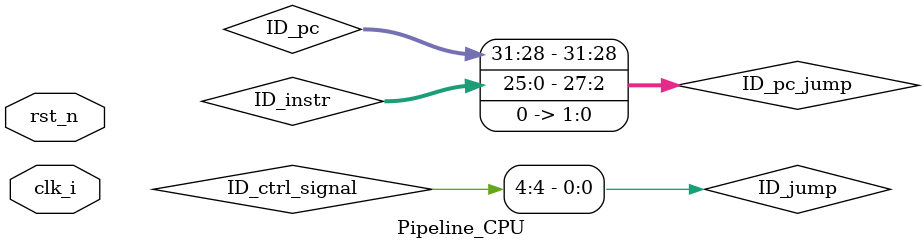
<source format=v>
`define pc_add 32'h00000004
module Pipeline_CPU( clk_i, rst_n );

//I/O port
input         clk_i;
input         rst_n;

//Internal Signles
wire [32-1:0] pc_i;
wire [32-1:0] pc_4;
wire [32-1:0] pc_o;
wire [1:0] fwrd_select_1;
wire [1:0] fwrd_select_2;
wire [32-1:0] Alusrc1;
wire [32-1:0] Alusrc2;
wire pcWrite;
wire ID2EX_write;
wire IF2ID_write;
wire IF2ID_flush;
wire EX2MEM_write;
/*
wire [32-1:0] pc_branch;

wire [32-1:0] pc_buf;
wire [32-1:0] pc_j;
wire [32-1:0] pc_i2;
*/
wire [32-1:0] instr;
wire [3:0] ALU_operation;
wire [31:0] dataAlu;
/*
wire [4:0] addrWriteReg;

wire [32-1:0] RSdata;
wire [32-1:0] RTdata;

wire RegWrite;
wire [2:0] ALUOp;
wire ALUSrc;
wire RegDst;
wire MemToReg;
wire Branch;
wire BranchType;
wire MemWrite;
wire MemRead;
wire jump;


wire [1:0] FURslt;

wire [31:0] dataSE;

wire [31:0] dataZF;



wire [31:0] retAlu;
wire zero;
wire overflow;

wire [31:0] retShift;
wire leftRight;

wire [31:0] Mux3to1_o;
wire [31:0] dataMemory_o;
wire [31:0] retWriteReg;

wire  PCsrc;
wire branch_o;

wire [32-1:0] pcJr;
wire pcJrSrc;
*/
////pipeline signal
wire [32-1:0] ID_instr;
wire [32-1:0] ID_pc;
wire [32-1:0] ID_pc_jump;
wire [11:0] ID_ctrl_signal;
wire [32-1:0] ID_RSdata;
wire [32-1:0] ID_RTdata;
wire [32-1:0] ID_dataSE;
wire [3-1:0] ID_ALUOp;

wire [32-1:0] EX_instr;
wire [32-1:0] EX_pc;
wire [32-1:0] EX_pc_jump;
wire [11:0] EX_ctrl_signal;
wire [32-1:0] EX_RSdata;
wire [32-1:0] EX_RTdata;
wire [32-1:0] EX_dataSE;
wire [4:0] EX_Rsaddr;
wire [4:0] EX_Rtaddr;
wire [4:0] EX_Rdaddr;
wire [32-1:0] EX_retAlu;
wire EX_zero;
wire [32-1:0] EX_pc_branch;
wire [4:0] EX_WriReg;

wire [6:0] MEM_ctrl_signal;
wire [32-1:0] MEM_pc_branch;
wire [32-1:0] MEM_pc_jump;
wire [32-1:0] MEM_pc;
wire MEM_zero;
wire [32-1:0] MEM_retAlu;
wire [32-1:0] MEM_Wridata;
wire [32-1:0] MEM_Readdata;
wire [4:0] MEM_WriReg;
wire MEM_PCsrc;

wire [1:0] WB_ctrl_signal;
wire [32-1:0] WB_Readdata;
wire [32-1:0] WB_retAlu;
wire [32-1:0] WB_Writedata;
wire [4:0] WB_WriReg;

//modules
//////
//////IF stage
//////
Program_Counter PC(
        .clk_i(clk_i),      
	    .rst_n(rst_n),  
		.pcWrite(pcWrite),
	    .pc_in_i(pc_i) ,   
	    .pc_out_o(pc_o) 
	    );
	
Adder Adder1(
        .src1_i(pc_o),     
	    .src2_i(`pc_add),
	    .sum_o(pc_4)    
	    );
	
Instr_Memory IM(
        .pc_addr_i(pc_o),  
	    .instr_o(instr)    
	    );
	
Mux2to1 #(.size(32)) branch2PC(
        .data0_i(pc_4),
        .data1_i(MEM_pc),
        .select_i(MEM_PCsrc),
        .data_o(pc_i)
        );	
		
IFID IF2ID( 
		.clk_i(clk_i), 
		.instr_i(instr), 
		.IF2ID_write(IF2ID_write),
		.IF2ID_flush(IF2ID_flush),
		.pc_i(pc_i), 
		.instr_o(ID_instr),
		.pc_o(ID_pc)	
		);
//////
//////ID stage
//////
Reg_File RF( 
	.clk_i(clk_i), 
	.rst_n(rst_n), 
	.RSaddr_i(ID_instr[25:21]), 
	.RTaddr_i(ID_instr[20:16]), 
	.Wrtaddr_i(WB_WriReg), 
	.Wrtdata_i(WB_Writedata), 
	.RegWrite_i(WB_ctrl_signal[1]), 
	.RSdata_o(ID_RSdata), 
	.RTdata_o(ID_RTdata)
	);

Decoder Decoder(
        .instr_op_i(ID_instr[31:26]), 
	    .RegWrite_o(ID_RegWrite), 
	    .ALUOp_o(ID_ALUOp),   
	    .ALUSrc_o(ID_ALUSrc),   
	    .RegDst_o(ID_RegDst),
	    .MemToReg_o(ID_MemToReg),
	    .Branch_o(ID_Branch),
	    .BranchType_o(ID_BranchType),
 	    .MemWrite_o(ID_MemWrite),
	    .MemRead_o(ID_MemRead),
	    .jump_o(ID_jump)  
		);

Sign_Extend SE(
		.data_i(ID_instr[15:0]),
		.data_o(ID_dataSE)
);

assign ID_ctrl_signal={ID_RegDst, ID_ALUOp, ID_ALUSrc, ID_Branch, ID_BranchType, ID_jump, ID_MemRead, ID_MemWrite, ID_RegWrite, ID_MemToReg};

assign ID_pc_jump={ID_pc[31:28],ID_instr[25:0],2'b00};

IDEX ID2EX( 
	.pc_i(ID_pc), 
	.pc_jump_i(ID_pc_jump),
	.clk_i(clk_i), 
	.ID2EX_write(ID2EX_write),
	.ctrl_signal_i(ID_ctrl_signal), 
	.RSdata_i(ID_RSdata), 
	.RTdata_i(ID_RTdata), 
	.dataSE_i(ID_dataSE), 
	.Rsaddr_i(ID_instr[25:21]),
	.Rtaddr_i(ID_instr[20:16]), 
	.Rdaddr_i(ID_instr[15:11]), 
	.pc_o(EX_pc), 
	.pc_jump_o(EX_pc_jump),
	.ctrl_signal_o(EX_ctrl_signal), 
	.RSdata_o(EX_RSdata), 
	.RTdata_o(EX_RTdata), 
	.dataSE_o(EX_dataSE), 
	.Rsaddr_o(EX_Rsaddr),
	.Rtaddr_o(EX_Rtaddr), 
	.Rdaddr_o(EX_Rdaddr)
	);
     
//////
//////EX stage
//////
ALU_Ctrl AC(
        .funct_i(EX_dataSE[5:0]),   
        .ALUOp_i(EX_ctrl_signal[10:8]),   
        .ALU_operation_o(ALU_operation)
        );
	
		
Mux2to1 #(.size(32)) ALU_src2ALU(
        .data0_i(EX_RTdata),
        .data1_i(EX_dataSE),
        .select_i(EX_ctrl_signal[7]),
        .data_o(dataAlu)
        );	
		
Mux3to1 #(.size(32)) fwrd_ALU_src1(
        .data0_i(EX_RSdata),
        .data1_i(WB_Writedata),
		.data2_i(MEM_retAlu),
        .select_i(fwrd_select_1),
        .data_o(Alusrc1)
        );
		
Mux3to1 #(.size(32)) fwrd_ALU_src2(
        .data0_i(dataAlu),
        .data1_i(WB_Writedata),
		.data2_i(MEM_retAlu),
        .select_i(fwrd_select_2),
        .data_o(Alusrc2)
        );
		
ALU ALU(
		.aluSrc1(Alusrc1),
	    .aluSrc2(Alusrc2),
	    .ALU_operation_i(ALU_operation),
		.result(EX_retAlu),
		.zero(EX_zero),
		.overflow(overflow)
	    );
		
Adder Adder2(
        .src1_i(EX_pc),     
	    .src2_i((EX_dataSE<<2)),
	    .sum_o(EX_pc_branch)    
	    );		

Mux2to1 #(.size(5)) Mux_Write_Reg(
        .data0_i(EX_Rtaddr),
        .data1_i(EX_Rdaddr),
        .select_i(EX_ctrl_signal[11]),
        .data_o(EX_WriReg)
        );	

EXMEM EX2MEM( 
		.clk_i(clk_i), 
		.ctrl_signal_i(EX_ctrl_signal[6:0]), 
		.EX2MEM_write(EX2MEM_write),
		.pc_branch_i(EX_pc_branch), 
		.pc_jump_i(EX_pc_jump),
		.zero_i(EX_zero), 
		.retAlu_i(EX_retAlu), 
		.Wridata_i(EX_RTdata), 
		.WBaddr_i(EX_WriReg), 
		.ctrl_signal_o(MEM_ctrl_signal), 
		.pc_jump_o(MEM_pc_jump),
		.pc_branch_o(MEM_pc_branch), 
		.zero_o(MEM_zero), 
		.retAlu_o(MEM_retAlu), 
		.Wridata_o(MEM_Wridata), 
		.WBaddr_o(MEM_WriReg)	
		);
 

//////
//////MEM stage
//////
//PC calculation
Mux2to1 #(.size(1)) branchType(
        .data0_i(MEM_zero),
        .data1_i(~MEM_zero),
        .select_i(MEM_ctrl_signal[5]),
        .data_o(branch_o)
        );	
		
		
assign MEM_PCsrc=(branch_o&MEM_ctrl_signal[6]) | MEM_ctrl_signal[4];

assign MEM_pc=(branch_o&MEM_ctrl_signal[6])?MEM_pc_branch:MEM_pc_jump;



/*
assign pc_j={pc_4[31:28],instr[25:0],2'b00};
Mux2to1 #(.size(32)) j2PC(
        .data0_i(pc_buf),
        .data1_i(pc_j),
        .select_i(jump),
        .data_o(pc_i)
        );	

Mux2to1 #(.size(32)) jr2PC(
        .data0_i(pc_i),
        .data1_i(pcJr),
        .select_i(pcJrSrc),
        .data_o(pc_i2)
        );	

Shifter shifter( 
		.result(retShift), 
		.leftRight(leftRight),
		.shamt(instr[10:6]),
		.sftSrc(dataAlu) 
		);
		
Mux3to1 #(.size(32)) RDdata_Source(
        .data0_i(retAlu),
        .data1_i(retShift),
		.data2_i(dataZF),
        .select_i(FURslt),
        .data_o(Mux3to1_o)
        );		
*/
Data_Memory DM(
	.clk_i(clk_i),
	.addr_i(MEM_retAlu),
	.data_i(MEM_Wridata),
	.MemRead_i(MEM_ctrl_signal[3]),
	.MemWrite_i(MEM_ctrl_signal[2]),
	.data_o(MEM_Readdata)
);	

MEMWB MEM2WB(
	.clk_i(clk_i), 
	.ctrl_signal_i(MEM_ctrl_signal), 
	.Readdata_i(MEM_Readdata), 
	.retAlu_i(MEM_retAlu), 
	.WriReg_i(MEM_WriReg),
	.ctrl_signal_o(WB_ctrl_signal), 
	.Readdata_o(WB_Readdata), 
	.retAlu_o(WB_retAlu),
	.WriReg_o(WB_WriReg)
	);
//////
//////WB stage
//////
Mux2to1 #(.size(32)) DM2Reg(
        .data0_i(WB_retAlu),
        .data1_i(WB_Readdata),
        .select_i(WB_ctrl_signal[0]),
        .data_o(WB_Writedata)
        );

//////
//////
//////

Fwrd_Unit Fwrd_Unit(
	.EX_Rsaddr(EX_Rsaddr), 
	.EX_Rtaddr(EX_Rtaddr), 
	.MEM_WriReg(MEM_WriReg), 
	.MEM_isRegWrite(MEM_ctrl_signal[1]), 
	.WB_WriReg(WB_WriReg), 
	.WB_isRegWrite(WB_ctrl_signal[1]), 
	.src_select_1(fwrd_select_1), 
	.src_select_2(fwrd_select_2)
	);

Hazard_Detect_Unit Hazard_Detect_Unit(
	.MEM_branch(branch_o&MEM_ctrl_signal[6]),
	.MEM_jump(MEM_ctrl_signal[4]),
	.EX_Rtaddr(EX_Rtaddr), 
	.ID_Rsaddr(ID_instr[25:21]), 
	.ID_Rtaddr(ID_instr[20:16]), 
	.EX_MemRead(EX_ctrl_signal[3]), 
	.pcWrite(pcWrite), 
	.ID2EX_write(ID2EX_write), 
	.IF2ID_write(IF2ID_write),
	.IF2ID_flush(IF2ID_flush),
	.EX2MEM_write(EX2MEM_write)
	);

		
endmodule




</source>
